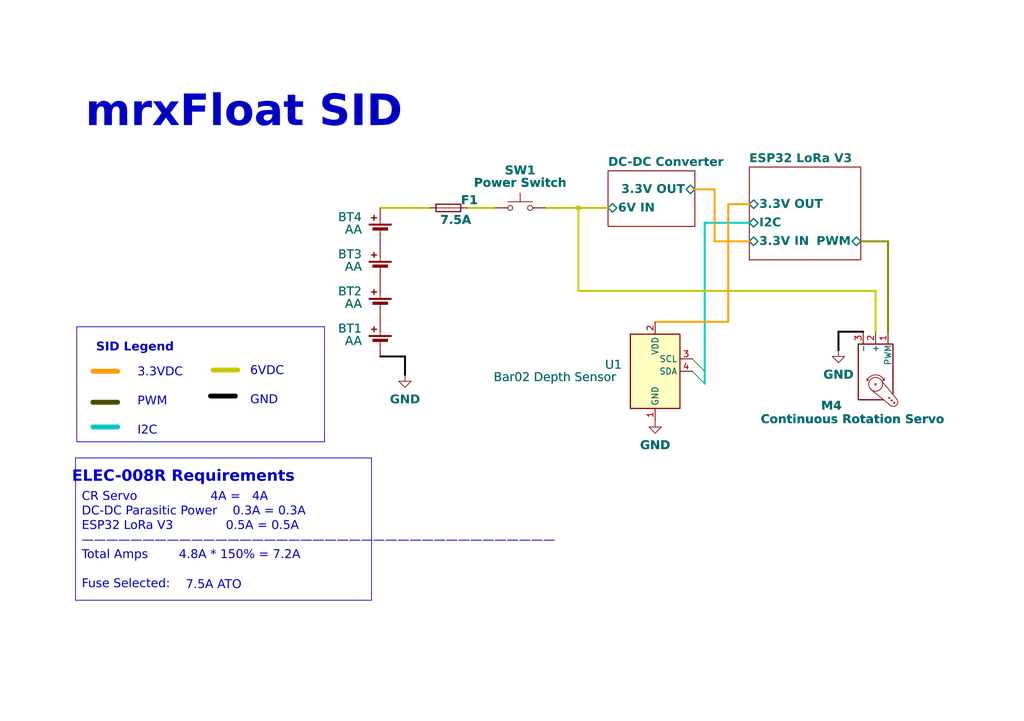
<source format=kicad_sch>
(kicad_sch (version 20240417) (generator "eeschema") (generator_version "8.99")
  (paper "A5")
  (title_block (title "MUREX FLOAT SID") (date "2024-04-24") (rev "V1") (company "MUREX ROBOTICS") (comment 3 "FLOAT SID") (comment 4 "mrxFloat V9"))
  (lib_symbols
    (symbol "Device:Battery_Cell" (pin_numbers hide) (pin_names (offset 0) hide)
      (property "Reference" "BT" (at 2.54 2.54 0))
      (property "Value" "Battery_Cell" (at 2.54 0 0))
      (symbol "Battery_Cell_0_1"
        (rectangle (start -2.286 1.778) (end 2.286 1.524) (fill (type outline)))
        (rectangle (start -1.524 1.016) (end 1.524 0.508) (fill (type outline)))
        (polyline (pts (xy 0 1.778) (xy 0 2.54)))
        (polyline (pts (xy 0 0.762) (xy 0 0)))
        (polyline (pts (xy 0.762 3.048) (xy 1.778 3.048)) (stroke (width 0.254)))
        (polyline (pts (xy 1.27 3.556) (xy 1.27 2.54)) (stroke (width 0.254)))
      )
      (symbol "Battery_Cell_1_1"
        (pin passive line (at 0 5.08 270) (length 2.54) (name "+") (number "1"))
        (pin passive line (at 0 -2.54 90) (length 2.54) (name "-") (number "2"))
      )
    )
    (symbol "Device:Fuse" (pin_numbers hide) (pin_names (offset 0))
      (property "Reference" "F" (at 2.032 0 90))
      (property "Value" "Fuse" (at -1.905 0 90))
      (symbol "Fuse_0_1"
        (rectangle (start -0.762 -2.54) (end 0.762 2.54) (stroke (width 0.254)))
        (polyline (pts (xy 0 2.54) (xy 0 -2.54)))
      )
      (symbol "Fuse_1_1"
        (pin passive line (at 0 3.81 270) (length 1.27) (name "~") (number "1"))
        (pin passive line (at 0 -3.81 90) (length 1.27) (name "~") (number "2"))
      )
    )
    (symbol "Motor:Motor_Servo" (pin_names (offset 0.0254))
      (property "Reference" "M" (at -5.08 4.445 0))
      (property "Value" "Motor_Servo" (at -5.08 -4.064 0))
      (symbol "Motor_Servo_0_1"
        (polyline (pts (xy 2.413 1.778) (xy 2.286 1.397)))
        (polyline (pts (xy 2.413 1.778) (xy 1.905 1.778)))
        (polyline (pts (xy 2.413 -1.778) (xy 2.032 -1.778)))
        (polyline (pts (xy 2.413 -1.778) (xy 2.286 -1.397)))
        (arc (start 2.413 -1.778) (mid 1.2406 0) (end 2.413 1.778))
        (circle (center 3.175 0) (radius 0.1778))
        (circle (center 3.175 0) (radius 1.4224))
        (polyline (pts (xy 5.08 3.556) (xy -5.08 3.556) (xy -5.08 -3.556) (xy 6.35 -3.556) (xy 6.35 1.524)) (stroke (width 0.254)))
        (circle (center 5.969 2.794) (radius 0.127))
        (polyline (pts (xy 6.35 4.445) (xy 2.54 1.27)))
        (circle (center 6.477 3.302) (radius 0.127))
        (arc (start 6.35 4.445) (mid 7.4487 4.2737) (end 7.62 3.175))
        (circle (center 6.985 3.81) (radius 0.127))
        (polyline (pts (xy 7.62 3.175) (xy 4.191 -1.016)))
      )
      (symbol "Motor_Servo_1_1"
        (pin passive line (at -7.62 2.54 0) (length 2.54) (name "PWM") (number "1"))
        (pin passive line (at -7.62 0 0) (length 2.54) (name "+") (number "2"))
        (pin passive line (at -7.62 -2.54 0) (length 2.54) (name "-") (number "3"))
      )
    )
    (symbol "Sensor_Pressure:MS5837-xxBA"
      (property "Reference" "U" (at 1.27 11.43 0))
      (property "Value" "MS5837-xxBA" (at 1.27 8.89 0))
      (symbol "MS5837-xxBA_0_1"
        (rectangle (start -5.08 7.62) (end 5.08 -7.62) (stroke (width 0.254)) (fill (type background)))
      )
      (symbol "MS5837-xxBA_1_1"
        (pin power_in line (at 0 -10.16 90) (length 2.54) (name "GND") (number "1"))
        (pin power_in line (at 0 10.16 270) (length 2.54) (name "VDD") (number "2"))
        (pin passive line (at 7.62 2.54 180) (length 2.54) (name "SCL") (number "3"))
        (pin bidirectional line (at 7.62 0 180) (length 2.54) (name "SDA") (number "4"))
      )
    )
    (symbol "Switch:SW_Push" (pin_numbers hide) (pin_names (offset 1.016) hide)
      (property "Reference" "SW" (at 1.27 2.54 0))
      (property "Value" "SW_Push" (at 0 -1.524 0))
      (symbol "SW_Push_0_1"
        (circle (center -2.032 0) (radius 0.508))
        (polyline (pts (xy 0 1.27) (xy 0 3.048)))
        (circle (center 2.032 0) (radius 0.508))
        (polyline (pts (xy 2.54 1.27) (xy -2.54 1.27)))
        (pin passive line (at -5.08 0 0) (length 2.54) (name "1") (number "1"))
        (pin passive line (at 5.08 0 180) (length 2.54) (name "2") (number "2"))
      )
    )
    (symbol "power:GND" (power) (pin_names (offset 0))
      (property "Value" "GND" (at 0 -3.81 0))
      (symbol "GND_0_1"
        (polyline (pts (xy 0 0) (xy 0 -1.27) (xy 1.27 -1.27) (xy 0 -2.54) (xy -1.27 -1.27) (xy 0 -1.27)))
      )
      (symbol "GND_1_1"
        (pin power_in line (at 0 0 270) (length 0) hide (name "GND") (number "1"))
      )
    )
  )
  (rectangle (start 15.748 67.056) (end 66.548 90.678))
  (rectangle (start 15.494 93.98) (end 76.2 123.19))
  (text "ELEC-008R Requirements" (at 37.592 98.552 0) (effects (font (size 2.286 2.286) (thickness 0.508) (bold yes) (italic yes))))
  (text "CR Servo                   4A =   4A\nDC-DC Parasitic Power    0.3A = 0.3A\nESP32 LoRa V3  		     0.5A = 0.5A\n———————————————————————————————————————\nTotal Amps        4.8A * 150% = 7.2A\n\nFuse Selected:" (at 16.764 111.506 0) (effects (font (size 1.778 1.778)) (justify left)))
  (text "7.5A ATO" (at 38.1 120.65 0) (effects (font (size 1.778 1.778)) (justify left)))
  (text "6VDC\n\nGND" (at 51.308 75.692 0) (effects (font (size 1.778 1.778) (thickness 0.1588) (italic yes)) (justify left top)))
  (text "SID Legend" (at 27.686 71.882 0) (effects (font (size 1.778 1.778) (thickness 0.508) (bold yes) (italic yes))))
  (text "mrxFloat SID" (at 17.526 24.892 0) (effects (font (size 6.35 6.35) (thickness 1.016) (bold yes)) (justify left)))
  (text "3.3VDC\n\nPWM\n\nI2C" (at 28.194 75.946 0) (effects (font (size 1.778 1.778) (thickness 0.1588) (italic yes)) (justify left top)))
  (junction (at 118.618 42.672) (color 194 194 0 1))
  (bus_entry (at 141.986 76.2) (size 2.54 2.54))
  (bus_entry (at 141.986 73.66) (size 2.54 2.54))
  (wire (pts (xy 77.978 42.672) (xy 88.138 42.672)) (stroke (width 0.4) (color 194 194 0 1)))
  (wire (pts (xy 146.558 38.862) (xy 142.494 38.862)) (stroke (width 0.4) (color 255 153 0 1)))
  (wire (pts (xy 19.05 82.55) (xy 24.13 82.55)) (stroke (width 1) (color 72 72 0 1)))
  (wire (pts (xy 83.058 73.152) (xy 77.978 73.152)) (stroke (width 0.4) (color 0 0 0 1)))
  (wire (pts (xy 153.67 41.91) (xy 149.352 41.91)) (stroke (width 0.4) (color 255 153 0 1)))
  (bus (pts (xy 144.526 45.72) (xy 144.526 76.2)) (stroke (width 0.4) (color 0 194 194 1)))
  (wire (pts (xy 19.05 76.2) (xy 24.13 76.2)) (stroke (width 1) (color 255 153 0 1)))
  (wire (pts (xy 182.118 49.53) (xy 182.118 68.072)) (stroke (width 0.4) (color 132 132 0 1)))
  (wire (pts (xy 153.67 49.53) (xy 146.558 49.53)) (stroke (width 0.4) (color 255 153 0 1)))
  (wire (pts (xy 118.618 59.69) (xy 118.618 42.672)) (stroke (width 0.4) (color 194 194 0 1)))
  (wire (pts (xy 179.578 59.69) (xy 118.618 59.69)) (stroke (width 0.4) (color 194 194 0 1)))
  (wire (pts (xy 171.958 68.072) (xy 177.038 68.072)) (stroke (width 0.4) (color 0 0 0 1)))
  (wire (pts (xy 43.18 81.28) (xy 48.26 81.28)) (stroke (width 1) (color 0 0 0 1)))
  (wire (pts (xy 149.352 66.04) (xy 134.366 66.04)) (stroke (width 0.4) (color 255 153 0 1)))
  (wire (pts (xy 83.058 73.152) (xy 83.058 76.962)) (stroke (width 0.4) (color 0 0 0 1)))
  (bus (pts (xy 144.526 76.2) (xy 144.526 78.74)) (stroke (width 0.4) (color 0 194 194 1)))
  (wire (pts (xy 111.76 42.672) (xy 118.618 42.672)) (stroke (width 0.4) (color 194 194 0 1)))
  (wire (pts (xy 182.118 49.53) (xy 176.53 49.53)) (stroke (width 0.4) (color 132 132 0 1)))
  (wire (pts (xy 149.352 41.91) (xy 149.352 66.04)) (stroke (width 0.4) (color 255 153 0 1)))
  (wire (pts (xy 179.578 59.69) (xy 179.578 68.072)) (stroke (width 0.4) (color 194 194 0 1)))
  (wire (pts (xy 171.958 68.072) (xy 171.958 71.882)) (stroke (width 0.4) (color 0 0 0 1)))
  (wire (pts (xy 95.758 42.672) (xy 101.6 42.672)) (stroke (width 0.4) (color 194 194 0 1)))
  (bus (pts (xy 144.526 45.72) (xy 153.67 45.72)) (stroke (width 0.4) (color 0 194 194 1)))
  (wire (pts (xy 19.05 87.63) (xy 24.13 87.63)) (stroke (width 1) (color 0 194 194 1)))
  (wire (pts (xy 146.558 49.53) (xy 146.558 38.862)) (stroke (width 0.4) (color 255 153 0 1)))
  (wire (pts (xy 118.618 42.672) (xy 124.714 42.672)) (stroke (width 0.4) (color 194 194 0 1)))
  (wire (pts (xy 43.688 75.946) (xy 48.768 75.946)) (stroke (width 1) (color 194 194 0 1)))
  (symbol (lib_id "Motor:Motor_Servo") (at 179.578 75.692 270) (unit 1)
    (property "Reference" "M4" (at 168.402 83.312 90) (effects (font (size 1.778 1.778) (thickness 0.254) (bold yes)) (justify left)))
    (property "Value" "Continuous Rotation Servo" (at 156.718 86.106 90) (effects (font (size 1.778 1.778) (thickness 0.254) (bold yes)) (justify left)))
    (property "Datasheet" "http://forums.parallax.com/uploads/attachments/46831/74481.png" (effects (hide yes)))
    (property "Description" "Servo Motor (Futaba, HiTec, JR connector)" (effects (hide yes)))
  )
  (symbol (lib_id "Sensor_Pressure:MS5837-xxBA") (at 134.366 76.2 0) (unit 1)
    (property "Reference" "U1" (at 127.508 74.9299 0) (effects (font (size 1.778 1.778)) (justify right)))
    (property "Value" "Bar02 Depth Sensor" (at 127.508 77.4699 0) (effects (font (size 1.778 1.778)) (justify right)))
    (property "Footprint" "Sensor_Pressure:TE_MS5837-xxBA" (effects (hide yes)))
    (property "Datasheet" "https://www.te.com/commerce/DocumentDelivery/DDEController?Action=showdoc&DocId=Data+Sheet%7FMS5837-30BA%7FB1%7Fpdf%7FEnglish%7FENG_DS_MS5837-30BA_B1.pdf%7FCAT-BLPS0017" (effects (hide yes)))
    (property "Description" "Ultra-small, gel-filled, pressure sensor with stainless steel cap" (effects (hide yes)))
  )
  (symbol (lib_id "Device:Battery_Cell") (at 77.978 62.992 0) (mirror y) (unit 1)
    (property "Reference" "BT2" (at 74.168 59.8804 0) (effects (font (size 1.778 1.778)) (justify left)))
    (property "Value" "AA" (at 74.168 62.4204 0) (effects (font (size 1.778 1.778)) (justify left)))
    (property "Description" "Single-cell battery" (effects (hide yes)))
  )
  (symbol (lib_id "Device:Battery_Cell") (at 77.978 70.612 0) (mirror y) (unit 1)
    (property "Reference" "BT1" (at 74.168 67.5004 0) (effects (font (size 1.778 1.778)) (justify left)))
    (property "Value" "AA" (at 74.168 70.0404 0) (effects (font (size 1.778 1.778)) (justify left)))
    (property "Description" "Single-cell battery" (effects (hide yes)))
  )
  (symbol (lib_id "Switch:SW_Push") (at 106.68 42.672 0) (unit 1)
    (property "Reference" "SW1" (at 106.68 35.052 0) (effects (font (size 1.778 1.778) (thickness 0.254) (bold yes))))
    (property "Value" "Power Switch" (at 106.68 37.592 0) (effects (font (size 1.778 1.778) (thickness 0.254) (bold yes))))
    (property "Description" "Push button switch, generic, two pins" (effects (hide yes)))
  )
  (symbol (lib_id "Device:Fuse") (at 91.948 42.672 90) (unit 1)
    (property "Reference" "F1" (at 96.266 41.148 90) (effects (font (size 1.778 1.778) (thickness 0.254) (bold yes))))
    (property "Value" "7.5A" (at 93.472 45.212 90) (effects (font (size 1.778 1.778) (thickness 0.254) (bold yes))))
    (property "Description" "Fuse" (effects (hide yes)))
  )
  (symbol (lib_id "power:GND") (at 171.958 71.882 0) (mirror y) (unit 1)
    (property "Reference" "#PWR02" (effects (hide yes)))
    (property "Value" "GND" (at 171.958 76.962 0) (effects (font (size 1.778 1.778) (thickness 0.254) (bold yes))))
    (property "Description" "Power symbol creates a global label with name \"GND\" , ground" (effects (hide yes)))
  )
  (symbol (lib_id "power:GND") (at 83.058 76.962 0) (unit 1)
    (property "Reference" "#PWR01" (effects (hide yes)))
    (property "Value" "GND" (at 83.058 82.042 0) (effects (font (size 1.778 1.778) (thickness 0.254) (bold yes))))
    (property "Description" "Power symbol creates a global label with name \"GND\" , ground" (effects (hide yes)))
  )
  (symbol (lib_id "Device:Battery_Cell") (at 77.978 47.752 0) (mirror y) (unit 1)
    (property "Reference" "BT4" (at 74.168 44.6404 0) (effects (font (size 1.778 1.778)) (justify left)))
    (property "Value" "AA" (at 74.168 47.1804 0) (effects (font (size 1.778 1.778)) (justify left)))
    (property "Description" "Single-cell battery" (effects (hide yes)))
  )
  (symbol (lib_id "power:GND") (at 134.366 86.36 0) (mirror y) (unit 1)
    (property "Reference" "#PWR03" (effects (hide yes)))
    (property "Value" "GND" (at 134.366 91.44 0) (effects (font (size 1.778 1.778) (thickness 0.254) (bold yes))))
    (property "Description" "Power symbol creates a global label with name \"GND\" , ground" (effects (hide yes)))
  )
  (symbol (lib_id "Device:Battery_Cell") (at 77.978 55.372 0) (mirror y) (unit 1)
    (property "Reference" "BT3" (at 74.168 52.2604 0) (effects (font (size 1.778 1.778)) (justify left)))
    (property "Value" "AA" (at 74.168 54.8004 0) (effects (font (size 1.778 1.778)) (justify left)))
    (property "Description" "Single-cell battery" (effects (hide yes)))
  )
  (sheet (at 153.67 34.29) (size 22.86 19.05) (stroke (width 0.1524))
    (property "Sheetname" "ESP32 LoRa V3" (at 153.67 33.5784 0) (effects (font (size 1.778 1.778) (thickness 0.254) (bold yes)) (justify left bottom)))
    (property "Sheetfile" "carrier_board.kicad_sch" (effects (hide yes)))
    (pin "3.3V IN" bidirectional (at 153.67 49.53 180) (effects (font (size 1.778 1.778) (thickness 0.254) (bold yes))))
    (pin "3.3V OUT" bidirectional (at 153.67 41.91 180) (effects (font (size 1.778 1.778) (thickness 0.254) (bold yes))))
    (pin "I2C" bidirectional (at 153.67 45.72 180) (effects (font (size 1.778 1.778) (thickness 0.254) (bold yes))))
    (pin "PWM" bidirectional (at 176.53 49.53 0) (effects (font (size 1.778 1.778) (thickness 0.254) (bold yes))))
  )
  (sheet (at 124.714 35.052) (size 17.78 11.43) (stroke (width 0.1524))
    (property "Sheetname" "DC-DC Converter" (at 124.714 34.3404 0) (effects (font (size 1.778 1.778) (thickness 0.254) (bold yes)) (justify left bottom)))
    (property "Sheetfile" "dcdc_converter.kicad_sch" (effects (hide yes)))
    (pin "6V IN" bidirectional (at 124.714 42.672 180) (effects (font (size 1.778 1.778) (thickness 0.254) (bold yes))))
    (pin "3.3V OUT" bidirectional (at 142.494 38.862 0) (effects (font (size 1.778 1.778) (thickness 0.254) (bold yes))))
  )
)
</source>
